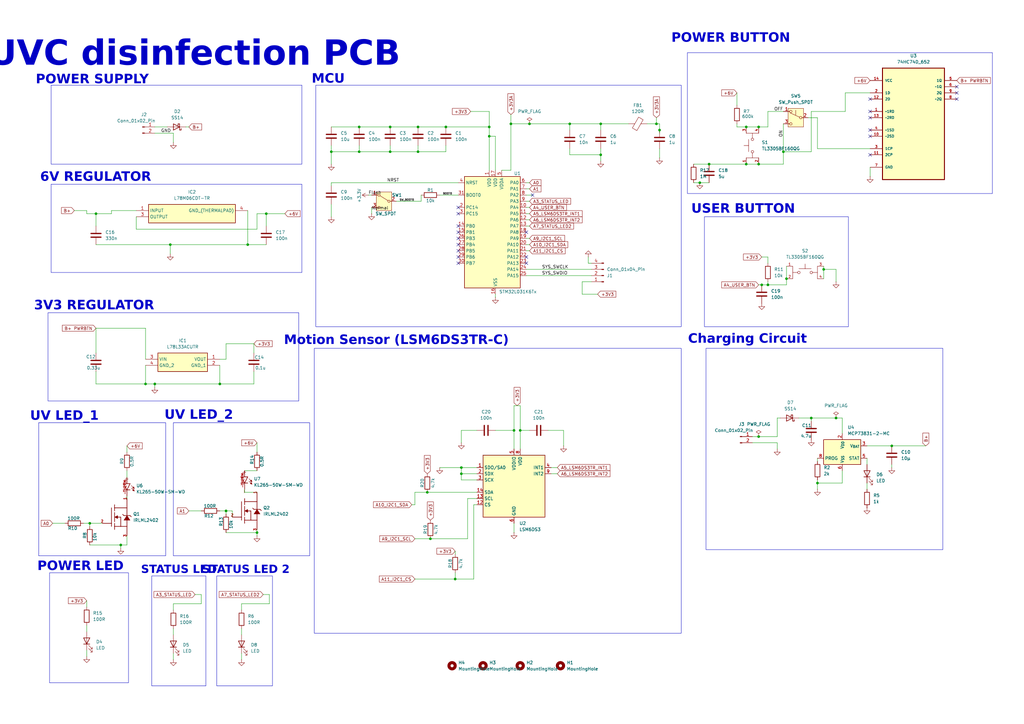
<source format=kicad_sch>
(kicad_sch (version 20231120) (generator "eeschema") (generator_version "8.0")
  (paper "A3")
  (title_block (title "UVC disinfection PCB") (date "2025-02-17") (rev "0.1") (company "XO"))
  (junction (at 322.58 114.3))
  (junction (at 306.07 67.31))
  (junction (at 311.15 179.07))
  (junction (at 270.51 53.34))
  (junction (at 209.55 50.8))
  (junction (at 342.9 171.45))
  (junction (at 314.96 116.84))
  (junction (at 335.28 198.12))
  (junction (at 189.23 191.77))
  (junction (at 337.82 110.49))
  (junction (at 105.41 218.44))
  (junction (at 175.26 201.93))
  (junction (at 182.88 52.07))
  (junction (at 171.45 62.23))
  (junction (at 321.31 62.23))
  (junction (at 189.23 194.31))
  (junction (at 213.36 176.53))
  (junction (at 160.02 52.07))
  (junction (at 332.74 171.45))
  (junction (at 59.69 157.48))
  (junction (at 200.66 55.88))
  (junction (at 311.15 52.07))
  (junction (at 135.89 62.23))
  (junction (at 311.15 67.31))
  (junction (at 109.22 87.63))
  (junction (at 147.32 62.23))
  (junction (at 171.45 52.07))
  (junction (at 290.83 67.31))
  (junction (at 246.38 63.5))
  (junction (at 269.24 50.8))
  (junction (at 200.66 52.07))
  (junction (at 306.07 52.07))
  (junction (at 49.53 223.52))
  (junction (at 365.76 182.88))
  (junction (at 287.02 74.93))
  (junction (at 176.53 220.98))
  (junction (at 92.71 209.55))
  (junction (at 101.6 100.33))
  (junction (at 186.69 237.49))
  (junction (at 210.82 176.53))
  (junction (at 90.17 157.48))
  (junction (at 69.85 100.33))
  (junction (at 160.02 62.23))
  (junction (at 36.83 214.63))
  (junction (at 147.32 52.07))
  (junction (at 233.68 50.8))
  (junction (at 246.38 50.8))
  (junction (at 63.5 157.48))
  (junction (at 39.37 87.63))
  (junction (at 312.42 116.84))
  (junction (at 217.17 50.8))
  (no_connect (at 187.96 100.33))
  (no_connect (at 356.87 40.64))
  (no_connect (at 215.9 105.41))
  (no_connect (at 187.96 87.63))
  (no_connect (at 187.96 105.41))
  (no_connect (at 187.96 92.71))
  (no_connect (at 215.9 107.95))
  (no_connect (at 356.87 63.5))
  (no_connect (at 356.87 48.26))
  (no_connect (at 187.96 95.25))
  (no_connect (at 187.96 85.09))
  (no_connect (at 392.43 35.56))
  (no_connect (at 187.96 107.95))
  (no_connect (at 215.9 95.25))
  (no_connect (at 356.87 53.34))
  (no_connect (at 187.96 97.79))
  (no_connect (at 187.96 102.87))
  (no_connect (at 218.44 80.01))
  (no_connect (at 392.43 40.64))
  (no_connect (at 392.43 38.1))
  (no_connect (at 356.87 55.88))
  (no_connect (at 356.87 45.72))
  (wire (pts (xy 210.82 184.15) (xy 210.82 176.53)))
  (wire (pts (xy 213.36 166.37) (xy 213.36 176.53)))
  (wire (pts (xy 186.69 226.06) (xy 186.69 227.33)))
  (wire (pts (xy 191.77 204.47) (xy 191.77 220.98)))
  (wire (pts (xy 312.42 105.41) (xy 314.96 105.41)))
  (wire (pts (xy 270.51 53.34) (xy 270.51 50.8)))
  (wire (pts (xy 105.41 218.44) (xy 105.41 219.71)))
  (wire (pts (xy 99.06 257.81) (xy 99.06 260.35)))
  (wire (pts (xy 90.17 147.32) (xy 92.71 147.32)))
  (wire (pts (xy 194.31 207.01) (xy 195.58 207.01)))
  (wire (pts (xy 105.41 217.17) (xy 105.41 218.44)))
  (wire (pts (xy 311.15 116.84) (xy 312.42 116.84)))
  (wire (pts (xy 215.9 100.33) (xy 217.17 100.33)))
  (wire (pts (xy 346.71 45.72) (xy 346.71 38.1)))
  (wire (pts (xy 209.55 69.85) (xy 209.55 50.8)))
  (wire (pts (xy 170.18 207.01) (xy 170.18 201.93)))
  (wire (pts (xy 314.96 52.07) (xy 314.96 45.72)))
  (wire (pts (xy 332.74 62.23) (xy 321.31 62.23)))
  (wire (pts (xy 35.56 87.63) (xy 35.56 86.36)))
  (wire (pts (xy 147.32 52.07) (xy 160.02 52.07)))
  (wire (pts (xy 269.24 50.8) (xy 270.51 50.8)))
  (wire (pts (xy 59.69 157.48) (xy 63.5 157.48)))
  (wire (pts (xy 99.06 247.65) (xy 110.49 247.65)))
  (wire (pts (xy 186.69 237.49) (xy 194.31 237.49)))
  (wire (pts (xy 63.5 157.48) (xy 63.5 158.75)))
  (wire (pts (xy 322.58 109.22) (xy 322.58 114.3)))
  (wire (pts (xy 39.37 87.63) (xy 45.72 87.63)))
  (wire (pts (xy 287.02 74.93) (xy 290.83 74.93)))
  (wire (pts (xy 45.72 86.36) (xy 45.72 87.63)))
  (wire (pts (xy 52.07 182.88) (xy 52.07 185.42)))
  (wire (pts (xy 193.04 45.72) (xy 200.66 45.72)))
  (wire (pts (xy 30.48 86.36) (xy 35.56 86.36)))
  (wire (pts (xy 135.89 62.23) (xy 135.89 67.31)))
  (wire (pts (xy 314.96 116.84) (xy 322.58 116.84)))
  (wire (pts (xy 109.22 87.63) (xy 109.22 92.71)))
  (wire (pts (xy 100.33 193.04) (xy 105.41 193.04)))
  (wire (pts (xy 337.82 110.49) (xy 342.9 110.49)))
  (wire (pts (xy 191.77 220.98) (xy 176.53 220.98)))
  (wire (pts (xy 135.89 59.69) (xy 135.89 62.23)))
  (wire (pts (xy 162.56 82.55) (xy 172.72 82.55)))
  (wire (pts (xy 180.34 80.01) (xy 187.96 80.01)))
  (wire (pts (xy 321.31 62.23) (xy 321.31 50.8)))
  (wire (pts (xy 160.02 59.69) (xy 160.02 62.23)))
  (wire (pts (xy 63.5 54.61) (xy 71.12 54.61)))
  (wire (pts (xy 71.12 247.65) (xy 71.12 250.19)))
  (wire (pts (xy 215.9 110.49) (xy 242.57 110.49)))
  (wire (pts (xy 284.48 74.93) (xy 287.02 74.93)))
  (wire (pts (xy 205.74 69.85) (xy 209.55 69.85)))
  (wire (pts (xy 82.55 243.84) (xy 82.55 247.65)))
  (wire (pts (xy 302.26 50.8) (xy 302.26 52.07)))
  (wire (pts (xy 92.71 140.97) (xy 104.14 140.97)))
  (wire (pts (xy 171.45 62.23) (xy 160.02 62.23)))
  (wire (pts (xy 92.71 210.82) (xy 92.71 209.55)))
  (wire (pts (xy 55.88 93.98) (xy 105.41 93.98)))
  (wire (pts (xy 39.37 152.4) (xy 39.37 157.48)))
  (wire (pts (xy 170.18 220.98) (xy 176.53 220.98)))
  (wire (pts (xy 35.56 246.38) (xy 35.56 248.92)))
  (wire (pts (xy 308.61 179.07) (xy 311.15 179.07)))
  (wire (pts (xy 180.34 191.77) (xy 189.23 191.77)))
  (wire (pts (xy 210.82 176.53) (xy 203.2 176.53)))
  (wire (pts (xy 331.47 48.26) (xy 335.28 48.26)))
  (wire (pts (xy 39.37 134.62) (xy 39.37 144.78)))
  (wire (pts (xy 210.82 166.37) (xy 213.36 166.37)))
  (wire (pts (xy 63.5 157.48) (xy 90.17 157.48)))
  (wire (pts (xy 245.11 120.65) (xy 238.76 120.65)))
  (wire (pts (xy 321.31 67.31) (xy 321.31 62.23)))
  (wire (pts (xy 242.57 107.95) (xy 241.3 107.95)))
  (wire (pts (xy 355.6 182.88) (xy 365.76 182.88)))
  (wire (pts (xy 308.61 181.61) (xy 318.77 181.61)))
  (wire (pts (xy 101.6 86.36) (xy 101.6 100.33)))
  (wire (pts (xy 152.4 85.09) (xy 152.4 87.63)))
  (wire (pts (xy 200.66 45.72) (xy 200.66 52.07)))
  (wire (pts (xy 270.51 60.96) (xy 270.51 64.77)))
  (wire (pts (xy 302.26 38.1) (xy 302.26 43.18)))
  (wire (pts (xy 215.9 87.63) (xy 217.17 87.63)))
  (wire (pts (xy 217.17 50.8) (xy 233.68 50.8)))
  (wire (pts (xy 195.58 196.85) (xy 189.23 196.85)))
  (wire (pts (xy 100.33 200.66) (xy 100.33 201.93)))
  (wire (pts (xy 189.23 191.77) (xy 195.58 191.77)))
  (wire (pts (xy 265.43 50.8) (xy 269.24 50.8)))
  (wire (pts (xy 379.73 182.88) (xy 365.76 182.88)))
  (wire (pts (xy 332.74 45.72) (xy 346.71 45.72)))
  (wire (pts (xy 71.12 267.97) (xy 71.12 270.51)))
  (wire (pts (xy 233.68 63.5) (xy 246.38 63.5)))
  (wire (pts (xy 337.82 109.22) (xy 337.82 110.49)))
  (wire (pts (xy 355.6 198.12) (xy 355.6 200.66)))
  (wire (pts (xy 69.85 100.33) (xy 101.6 100.33)))
  (wire (pts (xy 99.06 247.65) (xy 99.06 250.19)))
  (wire (pts (xy 36.83 214.63) (xy 41.91 214.63)))
  (wire (pts (xy 71.12 54.61) (xy 71.12 58.42)))
  (wire (pts (xy 110.49 243.84) (xy 110.49 247.65)))
  (wire (pts (xy 170.18 201.93) (xy 175.26 201.93)))
  (wire (pts (xy 194.31 237.49) (xy 194.31 207.01)))
  (wire (pts (xy 311.15 52.07) (xy 314.96 52.07)))
  (wire (pts (xy 284.48 67.31) (xy 290.83 67.31)))
  (wire (pts (xy 332.74 171.45) (xy 342.9 171.45)))
  (wire (pts (xy 215.9 102.87) (xy 217.17 102.87)))
  (wire (pts (xy 314.96 115.57) (xy 314.96 116.84)))
  (wire (pts (xy 335.28 60.96) (xy 335.28 48.26)))
  (wire (pts (xy 356.87 68.58) (xy 356.87 72.39)))
  (wire (pts (xy 189.23 196.85) (xy 189.23 194.31)))
  (wire (pts (xy 335.28 189.23) (xy 335.28 187.96)))
  (wire (pts (xy 302.26 52.07) (xy 306.07 52.07)))
  (wire (pts (xy 77.47 209.55) (xy 82.55 209.55)))
  (wire (pts (xy 59.69 147.32) (xy 59.69 134.62)))
  (wire (pts (xy 152.4 80.01) (xy 151.13 80.01)))
  (wire (pts (xy 233.68 60.96) (xy 233.68 63.5)))
  (wire (pts (xy 356.87 60.96) (xy 335.28 60.96)))
  (wire (pts (xy 306.07 52.07) (xy 311.15 52.07)))
  (wire (pts (xy 147.32 62.23) (xy 135.89 62.23)))
  (wire (pts (xy 355.6 187.96) (xy 355.6 190.5)))
  (wire (pts (xy 218.44 80.01) (xy 215.9 80.01)))
  (wire (pts (xy 175.26 201.93) (xy 195.58 201.93)))
  (wire (pts (xy 104.14 152.4) (xy 104.14 157.48)))
  (wire (pts (xy 332.74 171.45) (xy 332.74 172.72)))
  (wire (pts (xy 200.66 55.88) (xy 200.66 69.85)))
  (wire (pts (xy 171.45 59.69) (xy 171.45 62.23)))
  (wire (pts (xy 195.58 176.53) (xy 189.23 176.53)))
  (wire (pts (xy 217.17 85.09) (xy 215.9 85.09)))
  (wire (pts (xy 63.5 52.07) (xy 68.58 52.07)))
  (wire (pts (xy 147.32 59.69) (xy 147.32 62.23)))
  (wire (pts (xy 215.9 113.03) (xy 242.57 113.03)))
  (wire (pts (xy 217.17 74.93) (xy 215.9 74.93)))
  (wire (pts (xy 135.89 52.07) (xy 147.32 52.07)))
  (wire (pts (xy 171.45 52.07) (xy 182.88 52.07)))
  (wire (pts (xy 314.96 105.41) (xy 314.96 107.95)))
  (wire (pts (xy 342.9 171.45) (xy 345.44 171.45)))
  (wire (pts (xy 342.9 110.49) (xy 342.9 115.57)))
  (wire (pts (xy 49.53 223.52) (xy 49.53 224.79)))
  (wire (pts (xy 238.76 115.57) (xy 242.57 115.57)))
  (wire (pts (xy 209.55 50.8) (xy 217.17 50.8)))
  (wire (pts (xy 189.23 176.53) (xy 189.23 181.61)))
  (wire (pts (xy 100.33 201.93) (xy 105.41 201.93)))
  (wire (pts (xy 345.44 171.45) (xy 345.44 177.8)))
  (wire (pts (xy 52.07 223.52) (xy 49.53 223.52)))
  (wire (pts (xy 92.71 218.44) (xy 105.41 218.44)))
  (wire (pts (xy 203.2 120.65) (xy 203.2 121.92)))
  (wire (pts (xy 101.6 100.33) (xy 109.22 100.33)))
  (wire (pts (xy 238.76 120.65) (xy 238.76 115.57)))
  (wire (pts (xy 203.2 69.85) (xy 203.2 55.88)))
  (wire (pts (xy 345.44 198.12) (xy 345.44 193.04)))
  (wire (pts (xy 82.55 243.84) (xy 80.01 243.84)))
  (wire (pts (xy 172.72 82.55) (xy 172.72 80.01)))
  (wire (pts (xy 200.66 52.07) (xy 200.66 55.88)))
  (wire (pts (xy 182.88 52.07) (xy 200.66 52.07)))
  (wire (pts (xy 182.88 59.69) (xy 182.88 62.23)))
  (wire (pts (xy 105.41 185.42) (xy 105.41 181.61)))
  (wire (pts (xy 335.28 198.12) (xy 335.28 196.85)))
  (wire (pts (xy 71.12 247.65) (xy 82.55 247.65)))
  (wire (pts (xy 95.25 212.09) (xy 95.25 209.55)))
  (wire (pts (xy 182.88 62.23) (xy 171.45 62.23)))
  (wire (pts (xy 226.06 191.77) (xy 228.6 191.77)))
  (wire (pts (xy 306.07 67.31) (xy 311.15 67.31)))
  (wire (pts (xy 135.89 83.82) (xy 135.89 88.9)))
  (wire (pts (xy 39.37 87.63) (xy 35.56 87.63)))
  (wire (pts (xy 52.07 203.454) (xy 52.07 204.47)))
  (wire (pts (xy 226.06 194.31) (xy 228.6 194.31)))
  (wire (pts (xy 160.02 62.23) (xy 147.32 62.23)))
  (wire (pts (xy 59.69 134.62) (xy 39.37 134.62)))
  (wire (pts (xy 39.37 100.33) (xy 69.85 100.33)))
  (wire (pts (xy 55.88 88.9) (xy 55.88 93.98)))
  (wire (pts (xy 52.07 193.04) (xy 52.07 195.834)))
  (wire (pts (xy 210.82 166.37) (xy 210.82 176.53)))
  (wire (pts (xy 365.76 190.5) (xy 365.76 191.77)))
  (wire (pts (xy 269.24 48.26) (xy 269.24 50.8)))
  (wire (pts (xy 209.55 50.8) (xy 209.55 46.99)))
  (wire (pts (xy 90.17 157.48) (xy 104.14 157.48)))
  (wire (pts (xy 36.83 223.52) (xy 49.53 223.52)))
  (wire (pts (xy 90.17 149.86) (xy 90.17 157.48)))
  (wire (pts (xy 21.59 214.63) (xy 26.67 214.63)))
  (wire (pts (xy 35.56 266.7) (xy 35.56 269.24)))
  (wire (pts (xy 186.69 234.95) (xy 186.69 237.49)))
  (wire (pts (xy 241.3 107.95) (xy 241.3 105.41)))
  (wire (pts (xy 215.9 92.71) (xy 217.17 92.71)))
  (wire (pts (xy 203.2 55.88) (xy 200.66 55.88)))
  (wire (pts (xy 71.12 257.81) (xy 71.12 260.35)))
  (wire (pts (xy 110.49 243.84) (xy 107.95 243.84)))
  (wire (pts (xy 233.68 53.34) (xy 233.68 50.8)))
  (wire (pts (xy 213.36 176.53) (xy 217.17 176.53)))
  (wire (pts (xy 246.38 53.34) (xy 246.38 50.8)))
  (wire (pts (xy 233.68 50.8) (xy 246.38 50.8)))
  (wire (pts (xy 213.36 176.53) (xy 213.36 184.15)))
  (wire (pts (xy 215.9 90.17) (xy 217.17 90.17)))
  (wire (pts (xy 314.96 45.72) (xy 321.31 45.72)))
  (wire (pts (xy 231.14 176.53) (xy 231.14 182.88)))
  (wire (pts (xy 195.58 194.31) (xy 189.23 194.31)))
  (wire (pts (xy 312.42 116.84) (xy 314.96 116.84)))
  (wire (pts (xy 189.23 194.31) (xy 189.23 191.77)))
  (wire (pts (xy 270.51 54.61) (xy 270.51 53.34)))
  (wire (pts (xy 322.58 114.3) (xy 322.58 116.84)))
  (wire (pts (xy 170.18 237.49) (xy 186.69 237.49)))
  (wire (pts (xy 345.44 198.12) (xy 335.28 198.12)))
  (wire (pts (xy 135.89 74.93) (xy 135.89 76.2)))
  (wire (pts (xy 217.17 77.47) (xy 215.9 77.47)))
  (wire (pts (xy 105.41 87.63) (xy 109.22 87.63)))
  (wire (pts (xy 34.29 214.63) (xy 36.83 214.63)))
  (wire (pts (xy 318.77 171.45) (xy 320.04 171.45)))
  (wire (pts (xy 39.37 87.63) (xy 39.37 92.71)))
  (wire (pts (xy 290.83 67.31) (xy 306.07 67.31)))
  (wire (pts (xy 69.85 100.33) (xy 69.85 104.14)))
  (wire (pts (xy 104.14 140.97) (xy 104.14 144.78)))
  (wire (pts (xy 52.07 219.71) (xy 52.07 223.52)))
  (wire (pts (xy 55.88 86.36) (xy 45.72 86.36)))
  (wire (pts (xy 59.69 149.86) (xy 59.69 157.48)))
  (wire (pts (xy 311.15 179.07) (xy 318.77 179.07)))
  (wire (pts (xy 92.71 147.32) (xy 92.71 140.97)))
  (wire (pts (xy 109.22 87.63) (xy 116.84 87.63)))
  (wire (pts (xy 135.89 74.93) (xy 187.96 74.93)))
  (wire (pts (xy 246.38 60.96) (xy 246.38 63.5)))
  (wire (pts (xy 318.77 184.15) (xy 318.77 181.61)))
  (wire (pts (xy 318.77 179.07) (xy 318.77 171.45)))
  (wire (pts (xy 311.15 67.31) (xy 321.31 67.31)))
  (wire (pts (xy 332.74 45.72) (xy 332.74 62.23)))
  (wire (pts (xy 335.28 198.12) (xy 335.28 200.66)))
  (wire (pts (xy 105.41 93.98) (xy 105.41 87.63)))
  (wire (pts (xy 195.58 204.47) (xy 191.77 204.47)))
  (wire (pts (xy 346.71 38.1) (xy 356.87 38.1)))
  (wire (pts (xy 76.2 52.07) (xy 77.47 52.07)))
  (wire (pts (xy 231.14 176.53) (xy 224.79 176.53)))
  (wire (pts (xy 246.38 63.5) (xy 246.38 66.04)))
  (wire (pts (xy 99.06 267.97) (xy 99.06 270.51)))
  (wire (pts (xy 90.17 209.55) (xy 92.71 209.55)))
  (wire (pts (xy 246.38 50.8) (xy 257.81 50.8)))
  (wire (pts (xy 35.56 256.54) (xy 35.56 259.08)))
  (wire (pts (xy 36.83 215.9) (xy 36.83 214.63)))
  (wire (pts (xy 337.82 110.49) (xy 337.82 114.3)))
  (wire (pts (xy 95.25 209.55) (xy 92.71 209.55)))
  (wire (pts (xy 327.66 171.45) (xy 332.74 171.45)))
  (wire (pts (xy 210.82 214.63) (xy 210.82 218.44)))
  (wire (pts (xy 215.9 97.79) (xy 217.17 97.79)))
  (wire (pts (xy 217.17 82.55) (xy 215.9 82.55)))
  (wire (pts (xy 39.37 157.48) (xy 59.69 157.48)))
  (wire (pts (xy 160.02 52.07) (xy 171.45 52.07)))
  (wire (pts (xy 168.91 207.01) (xy 170.18 207.01)))
  (rectangle (start 20.955 75.565) (end 123.825 111.76))
  (rectangle (start 129.54 34.925) (end 279.4 133.985))
  (rectangle (start 19.685 128.27) (end 122.555 164.465))
  (rectangle (start 281.94 21.59) (end 407.035 79.375))
  (rectangle (start 20.32 234.95) (end 52.705 280.035))
  (rectangle (start 15.875 173.355) (end 67.945 227.965))
  (rectangle (start 128.905 142.875) (end 279.4 259.715))
  (rectangle (start 88.9 236.22) (end 111.76 281.305))
  (rectangle (start 20.955 34.925) (end 123.825 67.31))
  (rectangle (start 289.56 142.875) (end 386.715 225.425))
  (rectangle (start 62.23 236.22) (end 84.455 281.305))
  (rectangle (start 71.12 173.355) (end 127 227.965))
  (rectangle (start 288.925 88.9) (end 347.98 133.985))
  (text "POWER LED" (at 33.02 233.426 0) (effects (font (size 3.81 3.81) (thickness 0.508) (bold yes))))
  (text "MCU" (at 134.62 33.528 0) (effects (font (size 3.81 3.81) (thickness 0.508) (bold yes))))
  (text "UV LED_1\n\n" (at 26.416 175.006 0) (effects (font (size 3.81 3.81) (thickness 0.508) (bold yes))))
  (text "UV LED_2\n\n\n" (at 81.534 177.8 0) (effects (font (size 3.81 3.81) (thickness 0.508) (bold yes))))
  (text "POWER SUPPLY" (at 37.846 33.782 0) (effects (font (size 3.81 3.81) (thickness 0.508) (bold yes))))
  (text "6V REGULATOR\n" (at 39.243 73.787 0) (effects (font (size 3.81 3.81) (thickness 0.508) (bold yes))))
  (text "USER BUTTON\n" (at 304.8 86.868 0) (effects (font (size 3.81 3.81) (thickness 0.508) (bold yes))))
  (text "POWER BUTTON\n" (at 299.72 16.764 0) (effects (font (size 3.81 3.81) (thickness 0.508) (bold yes))))
  (text "Charging Circuit" (at 306.578 140.208 0) (effects (font (size 3.81 3.81) (thickness 0.508) (bold yes))))
  (text "3V3 REGULATOR\n" (at 38.608 126.492 0) (effects (font (size 3.81 3.81) (thickness 0.508) (bold yes))))
  (text "Motion Sensor (LSM6DS3TR-C)" (at 162.56 140.716 0) (effects (font (size 3.81 3.81) (thickness 0.508) (bold yes))))
  (text "STATUS LED 2" (at 100.838 234.696 0) (effects (font (size 3.302 3.302) (thickness 0.508) (bold yes))))
  (text "UVC disinfection PCB" (at 79.756 25.146 0) (effects (font (size 10.16 10.16) (thickness 0.508) (bold yes))))
  (text "STATUS LED" (at 73.406 234.696 0) (effects (font (size 3.302 3.302) (thickness 0.508) (bold yes))))
  (label "SYS_SWDIO" (at 222.25 113.03 0))
  (label "GND" (at 66.04 54.61 0))
  (label "BOOT0" (at 181.61 80.01 0) (effects (font (size 0.762 0.762))))
  (label "ON" (at 321.31 53.34 270))
  (label "SW_BOOT0" (at 163.83 82.55 0) (effects (font (size 0.762 0.762))))
  (label "OFF" (at 317.5 45.72 0))
  (label "SYS_SWCLK" (at 222.25 110.49 0))
  (label "NRST" (at 158.75 74.93 0))
  (label "Normal" (at 152.4 86.36 0))
  (label "Flash" (at 151.13 80.01 0))
  (global_label "+3V3" (shape input) (at 212.09 166.37 90) (property "Intersheetrefs" "${INTERSHEET_REFS}" (effects (hide yes))))
  (global_label "A9_I2C1_SCL" (shape input) (at 170.18 220.98 180) (property "Intersheetrefs" "${INTERSHEET_REFS}" (effects (hide yes))))
  (global_label "+3V3A" (shape input) (at 269.24 48.26 90) (property "Intersheetrefs" "${INTERSHEET_REFS}" (effects (hide yes))))
  (global_label "A6_LSM6DS3TR_INT2" (shape input) (at 217.17 90.17 0) (property "Intersheetrefs" "${INTERSHEET_REFS}" (effects (hide yes))))
  (global_label "A1" (shape input) (at 77.47 209.55 180) (property "Intersheetrefs" "${INTERSHEET_REFS}" (effects (hide yes))))
  (global_label "+3V3" (shape input) (at 245.11 120.65 0) (property "Intersheetrefs" "${INTERSHEET_REFS}" (effects (hide yes))))
  (global_label "A6_LSM6DS3TR_INT2" (shape input) (at 228.6 194.31 0) (property "Intersheetrefs" "${INTERSHEET_REFS}" (effects (hide yes))))
  (global_label "+6V" (shape input) (at 52.07 182.88 0) (property "Intersheetrefs" "${INTERSHEET_REFS}" (effects (hide yes))))
  (global_label "A11_I2C1_CS" (shape input) (at 170.18 237.49 180) (property "Intersheetrefs" "${INTERSHEET_REFS}" (effects (hide yes))))
  (global_label "A1" (shape input) (at 217.17 77.47 0) (property "Intersheetrefs" "${INTERSHEET_REFS}" (effects (hide yes))))
  (global_label "A0" (shape input) (at 217.17 74.93 0) (property "Intersheetrefs" "${INTERSHEET_REFS}" (effects (hide yes))))
  (global_label "B+ PWRBTN" (shape input) (at 392.43 33.02 0) (property "Intersheetrefs" "${INTERSHEET_REFS}" (effects (hide yes))))
  (global_label "A10_I2C1_SDA" (shape input) (at 168.91 207.01 180) (property "Intersheetrefs" "${INTERSHEET_REFS}" (effects (hide yes))))
  (global_label "A4_USER_BTN" (shape input) (at 311.15 116.84 180) (property "Intersheetrefs" "${INTERSHEET_REFS}" (effects (hide yes))))
  (global_label "+3V3" (shape input) (at 176.53 213.36 90) (property "Intersheetrefs" "${INTERSHEET_REFS}" (effects (hide yes))))
  (global_label "+6V" (shape input) (at 116.84 87.63 0) (property "Intersheetrefs" "${INTERSHEET_REFS}" (effects (hide yes))))
  (global_label "B+" (shape input) (at 379.73 182.88 90) (property "Intersheetrefs" "${INTERSHEET_REFS}" (effects (hide yes))))
  (global_label "+3V3" (shape input) (at 186.69 226.06 180) (property "Intersheetrefs" "${INTERSHEET_REFS}" (effects (hide yes))))
  (global_label "+6V" (shape input) (at 302.26 38.1 180) (property "Intersheetrefs" "${INTERSHEET_REFS}" (effects (hide yes))))
  (global_label "A9_I2C1_SCL" (shape input) (at 217.17 97.79 0) (property "Intersheetrefs" "${INTERSHEET_REFS}" (effects (hide yes))))
  (global_label "A7_STATUS_LED2" (shape input) (at 217.17 92.71 0) (property "Intersheetrefs" "${INTERSHEET_REFS}" (effects (hide yes))))
  (global_label "B+ PWRBTN" (shape input) (at 39.37 134.62 180) (property "Intersheetrefs" "${INTERSHEET_REFS}" (effects (hide yes))))
  (global_label "A0" (shape input) (at 21.59 214.63 180) (property "Intersheetrefs" "${INTERSHEET_REFS}" (effects (hide yes))))
  (global_label "A3_STATUS_LED" (shape input) (at 217.17 82.55 0) (property "Intersheetrefs" "${INTERSHEET_REFS}" (effects (hide yes))))
  (global_label "+3V3A" (shape input) (at 209.55 46.99 90) (property "Intersheetrefs" "${INTERSHEET_REFS}" (effects (hide yes))))
  (global_label "A5_LSM6DS3TR_INT1" (shape input) (at 228.6 191.77 0) (property "Intersheetrefs" "${INTERSHEET_REFS}" (effects (hide yes))))
  (global_label "+6V" (shape input) (at 105.41 181.61 180) (property "Intersheetrefs" "${INTERSHEET_REFS}" (effects (hide yes))))
  (global_label "+3V3" (shape input) (at 193.04 45.72 180) (property "Intersheetrefs" "${INTERSHEET_REFS}" (effects (hide yes))))
  (global_label "+3V3" (shape input) (at 104.14 140.97 0) (property "Intersheetrefs" "${INTERSHEET_REFS}" (effects (hide yes))))
  (global_label "A7_STATUS_LED2" (shape input) (at 107.95 243.84 180) (property "Intersheetrefs" "${INTERSHEET_REFS}" (effects (hide yes))))
  (global_label "A4_USER_BTN" (shape input) (at 217.17 85.09 0) (property "Intersheetrefs" "${INTERSHEET_REFS}" (effects (hide yes))))
  (global_label "+3V3" (shape input) (at 312.42 105.41 180) (property "Intersheetrefs" "${INTERSHEET_REFS}" (effects (hide yes))))
  (global_label "B+" (shape input) (at 30.48 86.36 180) (property "Intersheetrefs" "${INTERSHEET_REFS}" (effects (hide yes))))
  (global_label "+3V3" (shape input) (at 35.56 246.38 180) (property "Intersheetrefs" "${INTERSHEET_REFS}" (effects (hide yes))))
  (global_label "A5_LSM6DS3TR_INT1" (shape input) (at 217.17 87.63 0) (property "Intersheetrefs" "${INTERSHEET_REFS}" (effects (hide yes))))
  (global_label "A11_I2C1_CS" (shape input) (at 217.17 102.87 0) (property "Intersheetrefs" "${INTERSHEET_REFS}" (effects (hide yes))))
  (global_label "+3V3" (shape input) (at 175.26 194.31 90) (property "Intersheetrefs" "${INTERSHEET_REFS}" (effects (hide yes))))
  (global_label "B+" (shape input) (at 77.47 52.07 0) (property "Intersheetrefs" "${INTERSHEET_REFS}" (effects (hide yes))))
  (global_label "A3_STATUS_LED" (shape input) (at 80.01 243.84 180) (property "Intersheetrefs" "${INTERSHEET_REFS}" (effects (hide yes))))
  (global_label "+6V" (shape input) (at 356.87 33.02 180) (property "Intersheetrefs" "${INTERSHEET_REFS}" (effects (hide yes))))
  (global_label "A10_I2C1_SDA" (shape input) (at 217.17 100.33 0) (property "Intersheetrefs" "${INTERSHEET_REFS}" (effects (hide yes))))
  (symbol (lib_id "Device:FerriteBead") (at 261.62 50.8 90) (unit 1)
    (property "Reference" "FB1" (at 261.5692 43.18 90))
    (property "Value" "120R" (at 261.5692 45.72 90))
    (property "Footprint" "Inductor_SMD:L_0603_1608Metric" (effects (hide yes)))
    (property "Description" "Ferrite bead" (effects (hide yes)))
  )
  (symbol (lib_id "power:PWR_FLAG") (at 342.9 171.45 0) (unit 1)
    (property "Reference" "#FLG02" (effects (hide yes)))
    (property "Value" "PWR_FLAG" (at 342.9 166.37 0))
    (property "Description" "Special symbol for telling ERC where power comes from" (effects (hide yes)))
  )
  (symbol (lib_id "power:GND") (at 189.23 181.61 0) (unit 1)
    (property "Reference" "#PWR036" (effects (hide yes)))
    (property "Value" "GND" (effects (hide yes)))
    (property "Description" "Power symbol creates a global label with name \"GND\" , ground" (effects (hide yes)))
  )
  (symbol (lib_id "Device:R") (at 284.48 71.12 0) (unit 1)
    (property "Reference" "R17" (at 287.02 69.8499 0) (effects (justify left)))
    (property "Value" "1M" (at 287.02 72.3899 0) (effects (justify left)))
    (property "Footprint" "Resistor_SMD:R_0603_1608Metric" (effects (hide yes)))
    (property "Description" "Resistor" (effects (hide yes)))
  )
  (symbol (lib_id "Device:C") (at 135.89 55.88 0) (unit 1)
    (property "Reference" "C5" (at 139.7 54.6099 0) (effects (justify left)))
    (property "Value" "10u" (at 139.7 57.1499 0) (effects (justify left)))
    (property "Footprint" "Capacitor_SMD:C_0603_1608Metric" (effects (hide yes)))
    (property "Description" "Unpolarized capacitor" (effects (hide yes)))
  )
  (symbol (lib_id "Device:LED") (at 355.6 194.31 90) (unit 1)
    (property "Reference" "D6" (at 359.41 194.6274 90) (effects (justify right)))
    (property "Value" "LED" (at 359.41 197.1674 90) (effects (justify right)))
    (property "Footprint" "LED_SMD:LED_0402_1005Metric" (effects (hide yes)))
    (property "Description" "Light emitting diode" (effects (hide yes)))
  )
  (symbol (lib_id "Device:C") (at 220.98 176.53 90) (unit 1)
    (property "Reference" "C21" (at 220.98 168.91 90))
    (property "Value" "100n" (at 220.98 171.45 90))
    (property "Footprint" "Capacitor_SMD:C_0402_1005Metric" (effects (hide yes)))
    (property "Description" "Unpolarized capacitor" (effects (hide yes)))
  )
  (symbol (lib_id "Device:C") (at 246.38 57.15 0) (unit 1)
    (property "Reference" "C6" (at 250.19 55.8799 0) (effects (justify left)))
    (property "Value" "1u" (at 250.19 58.4199 0) (effects (justify left)))
    (property "Footprint" "Capacitor_SMD:C_0402_1005Metric" (effects (hide yes)))
    (property "Description" "Unpolarized capacitor" (effects (hide yes)))
  )
  (symbol (lib_id "Device:R") (at 302.26 46.99 0) (unit 1)
    (property "Reference" "R7" (at 304.8 45.7199 0) (effects (justify left)))
    (property "Value" "600k" (at 304.292 47.752 0) (effects (justify left)))
    (property "Footprint" "Resistor_SMD:R_0603_1608Metric" (effects (hide yes)))
    (property "Description" "Resistor" (effects (hide yes)))
  )
  (symbol (lib_id "Device:C") (at 199.39 176.53 90) (unit 1)
    (property "Reference" "C20" (at 199.39 168.91 90))
    (property "Value" "100n" (at 199.39 171.45 90))
    (property "Footprint" "Capacitor_SMD:C_0402_1005Metric" (effects (hide yes)))
    (property "Description" "Unpolarized capacitor" (effects (hide yes)))
  )
  (symbol (lib_id "power:GND") (at 71.12 270.51 0) (unit 1)
    (property "Reference" "#PWR033" (effects (hide yes)))
    (property "Value" "GND" (effects (hide yes)))
    (property "Description" "Power symbol creates a global label with name \"GND\" , ground" (effects (hide yes)))
  )
  (symbol (lib_id "Device:LED") (at 99.06 264.16 90) (unit 1)
    (property "Reference" "D8" (at 102.87 264.4774 90) (effects (justify right)))
    (property "Value" "LED" (at 102.87 267.0174 90) (effects (justify right)))
    (property "Footprint" "LED_SMD:LED_0603_1608Metric" (effects (hide yes)))
    (property "Description" "Light emitting diode" (effects (hide yes)))
  )
  (symbol (lib_id "power:GND") (at 241.3 105.41 180) (unit 1)
    (property "Reference" "#PWR012" (effects (hide yes)))
    (property "Value" "GND" (effects (hide yes)))
    (property "Description" "Power symbol creates a global label with name \"GND\" , ground" (effects (hide yes)))
  )
  (symbol (lib_id "Device:R") (at 30.48 214.63 90) (unit 1)
    (property "Reference" "R10" (at 31.75 216.662 90) (effects (justify left)))
    (property "Value" "100R" (at 32.766 212.598 90) (effects (justify left)))
    (property "Footprint" "Resistor_SMD:R_0603_1608Metric" (effects (hide yes)))
    (property "Description" "Resistor" (effects (hide yes)))
  )
  (symbol (lib_id "Device:C") (at 270.51 57.15 0) (unit 1)
    (property "Reference" "C8" (at 274.32 55.8799 0) (effects (justify left)))
    (property "Value" "1u" (at 274.32 58.4199 0) (effects (justify left)))
    (property "Footprint" "Capacitor_SMD:C_0402_1005Metric" (effects (hide yes)))
    (property "Description" "Unpolarized capacitor" (effects (hide yes)))
  )
  (symbol (lib_id "power:GND") (at 105.41 219.71 0) (unit 1)
    (property "Reference" "#PWR029" (effects (hide yes)))
    (property "Value" "GND" (effects (hide yes)))
    (property "Description" "Power symbol creates a global label with name \"GND\" , ground" (effects (hide yes)))
  )
  (symbol (lib_id "Device:R") (at 335.28 193.04 0) (unit 1)
    (property "Reference" "R2" (at 337.82 191.7699 0) (effects (justify left)))
    (property "Value" "2k" (at 337.82 194.3099 0) (effects (justify left)))
    (property "Footprint" "Resistor_SMD:R_0402_1005Metric" (effects (hide yes)))
    (property "Description" "Resistor" (effects (hide yes)))
  )
  (symbol (lib_id "Device:C") (at 365.76 186.69 0) (unit 1)
    (property "Reference" "C10" (at 369.57 185.4199 0) (effects (justify left)))
    (property "Value" "10µ" (at 369.57 187.9599 0) (effects (justify left)))
    (property "Footprint" "Capacitor_SMD:C_0402_1005Metric" (effects (hide yes)))
    (property "Description" "Unpolarized capacitor" (effects (hide yes)))
  )
  (symbol (lib_id "power:GND") (at 246.38 66.04 0) (unit 1)
    (property "Reference" "#PWR05" (effects (hide yes)))
    (property "Value" "GND" (effects (hide yes)))
    (property "Description" "Power symbol creates a global label with name \"GND\" , ground" (effects (hide yes)))
  )
  (symbol (lib_id "Diode:SS14") (at 72.39 52.07 180) (unit 1)
    (property "Reference" "D2" (at 72.7075 45.72 0))
    (property "Value" "SS14" (at 72.7075 48.26 0))
    (property "Footprint" "Diode_SMD:D_SMA" (effects (hide yes)))
    (property "Datasheet" "https://www.vishay.com/docs/88746/ss12.pdf" (effects (hide yes)))
    (property "Description" "40V 1A Schottky Diode, SMA" (effects (hide yes)))
  )
  (symbol (lib_id "Device:C") (at 182.88 55.88 0) (unit 1)
    (property "Reference" "C1" (at 186.69 54.6099 0) (effects (justify left)))
    (property "Value" "100n" (at 186.69 57.1499 0) (effects (justify left)))
    (property "Footprint" "Capacitor_SMD:C_0402_1005Metric" (effects (hide yes)))
    (property "Description" "Unpolarized capacitor" (effects (hide yes)))
  )
  (symbol (lib_id "Mechanical:MountingHole") (at 213.36 273.05 0) (unit 1) (exclude_from_sim yes) (in_bom no)
    (property "Reference" "H2" (at 215.9 271.7799 0) (effects (justify left)))
    (property "Value" "MountingHole" (at 215.9 274.3199 0) (effects (justify left)))
    (property "Footprint" "MountingHole:MountingHole_2.1mm" (effects (hide yes)))
    (property "Description" "Mounting Hole without connection" (effects (hide yes)))
  )
  (symbol (lib_id "UVCLED:KL265-50W-SM-WD") (at 100.33 195.58 270) (unit 1)
    (property "Reference" "U7" (at 104.14 196.3834 90) (effects (justify left)))
    (property "Value" "KL265-50W-SM-WD" (at 104.14 198.9234 90) (effects (justify left)))
    (property "Footprint" "UVCLibrary:3535" (effects (hide yes)))
    (property "MF" "Crystal IS Inc." (effects (hide yes)))
    (property "Description_1" "\n                        \n                            80mW, 265nm, high power UVC LED\n                        \n" (effects (hide yes)))
    (property "Package" "None" (effects (hide yes)))
    (property "Price" "None" (effects (hide yes)))
    (property "SnapEDA_Link" "https://www.snapeda.com/parts/KL265-50W-SM-WD/Crystal+Clear+Technology/view-part/?ref=snap" (effects (hide yes)))
    (property "MP" "KL265-50W-SM-WD" (effects (hide yes)))
    (property "Availability" "In Stock" (effects (hide yes)))
    (property "Check_prices" "https://www.snapeda.com/parts/KL265-50W-SM-WD/Crystal+Clear+Technology/view-part/?ref=eda" (effects (hide yes)))
  )
  (symbol (lib_id "Battery_Management:MCP73831-2-MC") (at 345.44 185.42 0) (unit 1)
    (property "Reference" "U4" (at 347.6341 175.26 0) (effects (justify left)))
    (property "Value" "MCP73831-2-MC" (at 347.6341 177.8 0) (effects (justify left)))
    (property "Footprint" "Package_TO_SOT_SMD:SOT-23-8" (effects (hide yes)))
    (property "Datasheet" "http://ww1.microchip.com/downloads/en/DeviceDoc/20001984g.pdf" (effects (hide yes)))
    (property "Description" "Single cell, Li-Ion/Li-Po charge management controller, 4.20V, Tri-State Status Output, in DFN-8 package" (effects (hide yes)))
  )
  (symbol (lib_id "power:GND") (at 71.12 58.42 0) (unit 1)
    (property "Reference" "#PWR017" (effects (hide yes)))
    (property "Value" "GND" (effects (hide yes)))
    (property "Description" "Power symbol creates a global label with name \"GND\" , ground" (effects (hide yes)))
  )
  (symbol (lib_id "power:GND") (at 180.34 191.77 0) (unit 1)
    (property "Reference" "#PWR040" (effects (hide yes)))
    (property "Value" "GND" (effects (hide yes)))
    (property "Description" "Power symbol creates a global label with name \"GND\" , ground" (effects (hide yes)))
  )
  (symbol (lib_id "Mechanical:MountingHole") (at 198.12 273.05 0) (unit 1) (exclude_from_sim yes) (in_bom no)
    (property "Reference" "H3" (at 200.66 271.7799 0) (effects (justify left)))
    (property "Value" "MountingHole" (at 200.66 274.3199 0) (effects (justify left)))
    (property "Footprint" "MountingHole:MountingHole_2.1mm" (effects (hide yes)))
    (property "Description" "Mounting Hole without connection" (effects (hide yes)))
  )
  (symbol (lib_id "power:GND") (at 135.89 67.31 0) (unit 1)
    (property "Reference" "#PWR03" (effects (hide yes)))
    (property "Value" "GND" (effects (hide yes)))
    (property "Description" "Power symbol creates a global label with name \"GND\" , ground" (effects (hide yes)))
  )
  (symbol (lib_id "power:GND") (at 335.28 200.66 0) (unit 1)
    (property "Reference" "#PWR015" (effects (hide yes)))
    (property "Value" "GND" (effects (hide yes)))
    (property "Description" "Power symbol creates a global label with name \"GND\" , ground" (effects (hide yes)))
  )
  (symbol (lib_id "Mechanical:MountingHole") (at 185.42 273.05 0) (unit 1) (exclude_from_sim yes) (in_bom no)
    (property "Reference" "H4" (at 187.96 271.7799 0) (effects (justify left)))
    (property "Value" "MountingHole" (at 187.96 274.3199 0) (effects (justify left)))
    (property "Footprint" "MountingHole:MountingHole_2.1mm" (effects (hide yes)))
    (property "Description" "Mounting Hole without connection" (effects (hide yes)))
  )
  (symbol (lib_id "Device:C") (at 290.83 71.12 0) (unit 1)
    (property "Reference" "C18" (at 294.64 69.8499 0) (effects (justify left)))
    (property "Value" "5u" (at 294.64 72.3899 0) (effects (justify left)))
    (property "Footprint" "Capacitor_SMD:C_0805_2012Metric" (effects (hide yes)))
    (property "Description" "Unpolarized capacitor" (effects (hide yes)))
  )
  (symbol (lib_id "power:GND") (at 152.4 87.63 0) (unit 1)
    (property "Reference" "#PWR09" (effects (hide yes)))
    (property "Value" "GND" (effects (hide yes)))
    (property "Description" "Power symbol creates a global label with name \"GND\" , ground" (effects (hide yes)))
  )
  (symbol (lib_id "Device:C") (at 160.02 55.88 0) (unit 1)
    (property "Reference" "C3" (at 163.83 54.6099 0) (effects (justify left)))
    (property "Value" "100n" (at 163.83 57.1499 0) (effects (justify left)))
    (property "Footprint" "Capacitor_SMD:C_0402_1005Metric" (effects (hide yes)))
    (property "Description" "Unpolarized capacitor" (effects (hide yes)))
  )
  (symbol (lib_id "Device:C") (at 332.74 176.53 0) (unit 1)
    (property "Reference" "C11" (at 328.93 174.498 0) (effects (justify left)))
    (property "Value" "4.7u" (at 328.422 178.816 0) (effects (justify left)))
    (property "Footprint" "Capacitor_SMD:C_0402_1005Metric" (effects (hide yes)))
    (property "Description" "Unpolarized capacitor" (effects (hide yes)))
  )
  (symbol (lib_id "power:GND") (at 342.9 115.57 0) (unit 1)
    (property "Reference" "#PWR034" (effects (hide yes)))
    (property "Value" "GND" (effects (hide yes)))
    (property "Description" "Power symbol creates a global label with name \"GND\" , ground" (effects (hide yes)))
  )
  (symbol (lib_id "power:GND") (at 355.6 208.28 0) (unit 1)
    (property "Reference" "#PWR023" (effects (hide yes)))
    (property "Value" "GND" (effects (hide yes)))
    (property "Description" "Power symbol creates a global label with name \"GND\" , ground" (effects (hide yes)))
  )
  (symbol (lib_id "Device:R") (at 36.83 219.71 0) (unit 1)
    (property "Reference" "R8" (at 34.798 220.98 90) (effects (justify left)))
    (property "Value" "10k" (at 38.862 221.996 90) (effects (justify left)))
    (property "Footprint" "Resistor_SMD:R_0603_1608Metric" (effects (hide yes)))
    (property "Description" "Resistor" (effects (hide yes)))
  )
  (symbol (lib_id "power:GND") (at 49.53 224.79 0) (unit 1)
    (property "Reference" "#PWR024" (effects (hide yes)))
    (property "Value" "GND" (effects (hide yes)))
    (property "Description" "Power symbol creates a global label with name \"GND\" , ground" (effects (hide yes)))
  )
  (symbol (lib_id "power:+3.3V") (at 151.13 80.01 90) (unit 1)
    (property "Reference" "#PWR010" (effects (hide yes)))
    (property "Value" "+3.3V" (at 147.32 80.264 0))
    (property "Description" "Power symbol creates a global label with name \"+3.3V\"" (effects (hide yes)))
  )
  (symbol (lib_id "Device:C") (at 39.37 148.59 0) (unit 1)
    (property "Reference" "C12" (at 35.306 146.304 0) (effects (justify left)))
    (property "Value" "0.33u" (at 35.56 150.876 0) (effects (justify left)))
    (property "Footprint" "Capacitor_SMD:C_1206_3216Metric" (effects (hide yes)))
    (property "Description" "Unpolarized capacitor" (effects (hide yes)))
  )
  (symbol (lib_id "UVCLED:TL3305BF160QG") (at 330.2 111.76 0) (unit 1)
    (property "Reference" "S2" (at 330.2 102.87 0))
    (property "Value" "TL3305BF160QG" (at 330.2 105.41 0))
    (property "Footprint" "UVCLibrary:SW_TL3305BF160QG" (effects (hide yes)))
    (property "MF" "E-Switch" (effects (hide yes)))
    (property "MAXIMUM_PACKAGE_HEIGHT" "5 mm" (effects (hide yes)))
    (property "Package" "None" (effects (hide yes)))
    (property "Price" "None" (effects (hide yes)))
    (property "Check_prices" "https://www.snapeda.com/parts/TL3305BF160QG/E-Switch/view-part/?ref=eda" (effects (hide yes)))
    (property "STANDARD" "Manufacturer Recommendations" (effects (hide yes)))
    (property "PARTREV" "C" (effects (hide yes)))
    (property "SnapEDA_Link" "https://www.snapeda.com/parts/TL3305BF160QG/E-Switch/view-part/?ref=snap" (effects (hide yes)))
    (property "MP" "TL3305BF160QG" (effects (hide yes)))
    (property "Description_1" "\n                        \n                            Tactile Switch SPST-NO Top Actuated Surface Mount\n                        \n" (effects (hide yes)))
    (property "SNAPEDA_PN" "TL3305BF260QG" (effects (hide yes)))
    (property "Availability" "In Stock" (effects (hide yes)))
    (property "MANUFACTURER" "E-Switch" (effects (hide yes)))
  )
  (symbol (lib_id "Connector:Conn_01x02_Pin") (at 303.53 179.07 0) (unit 1)
    (property "Reference" "J3" (at 304.165 173.99 0))
    (property "Value" "Conn_01x02_Pin" (at 300.99 176.53 0))
    (property "Footprint" "Connector_JST:JST_EH_B2B-EH-A_1x02_P2.50mm_Vertical" (effects (hide yes)))
    (property "Description" "Generic connector, single row, 01x02, script generated" (effects (hide yes)))
  )
  (symbol (lib_id "Switch:SW_Push_SPDT") (at 326.39 48.26 0) (mirror y) (unit 1)
    (property "Reference" "SW5" (at 326.39 39.37 0))
    (property "Value" "SW_Push_SPDT" (at 326.39 41.91 0))
    (property "Footprint" "Button_Switch_SMD:SW_SPDT_PCM12" (effects (hide yes)))
    (property "Description" "Momentary Switch, single pole double throw" (effects (hide yes)))
  )
  (symbol (lib_id "Connector:Conn_01x04_Pin") (at 247.65 113.03 180) (unit 1)
    (property "Reference" "J1" (at 248.92 113.0301 0) (effects (justify right)))
    (property "Value" "Conn_01x04_Pin" (at 248.92 110.4901 0) (effects (justify right)))
    (property "Footprint" "Connector_JST:JST_EH_B4B-EH-A_1x04_P2.50mm_Vertical" (effects (hide yes)))
    (property "Description" "Generic connector, single row, 01x04, script generated" (effects (hide yes)))
  )
  (symbol (lib_id "Device:R") (at 175.26 198.12 180) (unit 1)
    (property "Reference" "R20" (at 173.228 198.12 90))
    (property "Value" "4.7k" (at 177.546 198.12 90))
    (property "Footprint" "Resistor_SMD:R_0402_1005Metric" (effects (hide yes)))
    (property "Description" "Resistor" (effects (hide yes)))
  )
  (symbol (lib_id "Device:R") (at 176.53 80.01 90) (unit 1)
    (property "Reference" "R1" (at 176.53 77.978 90))
    (property "Value" "10k" (at 176.53 82.296 90))
    (property "Footprint" "Resistor_SMD:R_0402_1005Metric" (effects (hide yes)))
    (property "Description" "Resistor" (effects (hide yes)))
  )
  (symbol (lib_id "UVCLED:L78M06CDT-TR") (at 55.88 86.36 0) (unit 1)
    (property "Reference" "IC2" (at 78.74 78.74 0))
    (property "Value" "L78M06CDT-TR" (at 78.74 81.28 0))
    (property "Footprint" "UVCLibrary:TO228P972X240-3N" (effects (hide yes)))
    (property "Datasheet" "http://www.st.com/web/en/resource/technical/document/datasheet/CD00000447.pdf" (effects (hide yes)))
    (property "Description" "L78M06CDT-TR, Voltage Regulator, 0.5A 6 V, 3-Pin D-PAK" (effects (hide yes)))
    (property "Height" "2.4" (effects (hide yes)))
    (property "Mouser Part Number" "511-L78M06CDT-TR" (effects (hide yes)))
    (property "Mouser Price/Stock" "https://www.mouser.co.uk/ProductDetail/STMicroelectronics/L78M06CDT-TR?qs=JIXmGdi%252BcuJqxLiiJI11Xw%3D%3D" (effects (hide yes)))
    (property "Manufacturer_Name" "STMicroelectronics" (effects (hide yes)))
    (property "Manufacturer_Part_Number" "L78M06CDT-TR" (effects (hide yes)))
  )
  (symbol (lib_id "UVCLED:L78L33ACUTR") (at 90.17 147.32 0) (mirror y) (unit 1)
    (property "Reference" "IC1" (at 74.93 139.7 0))
    (property "Value" "L78L33ACUTR" (at 74.93 142.24 0))
    (property "Footprint" "UVCLibrary:LDK320ADU30R" (effects (hide yes)))
    (property "Datasheet" "http://www.st.com/web/en/resource/technical/document/datasheet/CD00000446.pdf" (effects (hide yes)))
    (property "Description" "L78L33ACUTR, Voltage Regulator, 0.1A 3.3 V, +/-5%, 4-Pin SOT-89" (effects (hide yes)))
    (property "Height" "1.6" (effects (hide yes)))
    (property "Mouser Part Number" "511-L78L33ACU" (effects (hide yes)))
    (property "Mouser Price/Stock" "https://www.mouser.co.uk/ProductDetail/STMicroelectronics/L78L33ACUTR?qs=hDePDv5mxMFi%252BjA%2FaAMQCg%3D%3D" (effects (hide yes)))
    (property "Manufacturer_Name" "STMicroelectronics" (effects (hide yes)))
    (property "Manufacturer_Part_Number" "L78L33ACUTR" (effects (hide yes)))
  )
  (symbol (lib_id "Device:C") (at 39.37 96.52 0) (unit 1)
    (property "Reference" "C16" (at 43.18 95.2499 0) (effects (justify left)))
    (property "Value" "330n" (at 43.18 97.7899 0) (effects (justify left)))
    (property "Footprint" "Capacitor_SMD:C_0603_1608Metric" (effects (hide yes)))
    (property "Description" "Unpolarized capacitor" (effects (hide yes)))
  )
  (symbol (lib_id "UVCLED:TL3305BF160QG") (at 308.61 59.69 90) (unit 1)
    (property "Reference" "S1" (at 312.42 58.4199 90) (effects (justify right)))
    (property "Value" "TL3305BF160QG" (at 312.42 60.9599 90) (effects (justify right)))
    (property "Footprint" "UVCLibrary:SW_TL3305BF160QG" (effects (hide yes)))
    (property "MF" "E-Switch" (effects (hide yes)))
    (property "MAXIMUM_PACKAGE_HEIGHT" "5 mm" (effects (hide yes)))
    (property "Package" "None" (effects (hide yes)))
    (property "Price" "None" (effects (hide yes)))
    (property "Check_prices" "https://www.snapeda.com/parts/TL3305BF160QG/E-Switch/view-part/?ref=eda" (effects (hide yes)))
    (property "STANDARD" "Manufacturer Recommendations" (effects (hide yes)))
    (property "PARTREV" "C" (effects (hide yes)))
    (property "SnapEDA_Link" "https://www.snapeda.com/parts/TL3305BF160QG/E-Switch/view-part/?ref=snap" (effects (hide yes)))
    (property "MP" "TL3305BF160QG" (effects (hide yes)))
    (property "Description_1" "\n                        \n                            Tactile Switch SPST-NO Top Actuated Surface Mount\n                        \n" (effects (hide yes)))
    (property "SNAPEDA_PN" "TL3305BF260QG" (effects (hide yes)))
    (property "Availability" "In Stock" (effects (hide yes)))
    (property "MANUFACTURER" "E-Switch" (effects (hide yes)))
  )
  (symbol (lib_id "Device:C") (at 171.45 55.88 0) (unit 1)
    (property "Reference" "C2" (at 175.26 54.6099 0) (effects (justify left)))
    (property "Value" "100n" (at 175.26 57.1499 0) (effects (justify left)))
    (property "Footprint" "Capacitor_SMD:C_0402_1005Metric" (effects (hide yes)))
    (property "Description" "Unpolarized capacitor" (effects (hide yes)))
  )
  (symbol (lib_id "Mechanical:MountingHole") (at 229.87 273.05 0) (unit 1) (exclude_from_sim yes) (in_bom no)
    (property "Reference" "H1" (at 232.41 271.7799 0) (effects (justify left)))
    (property "Value" "MountingHole" (at 232.41 274.3199 0) (effects (justify left)))
    (property "Footprint" "MountingHole:MountingHole_2.1mm" (effects (hide yes)))
    (property "Description" "Mounting Hole without connection" (effects (hide yes)))
  )
  (symbol (lib_id "power:GND") (at 356.87 72.39 0) (unit 1)
    (property "Reference" "#PWR02" (effects (hide yes)))
    (property "Value" "GND" (effects (hide yes)))
    (property "Description" "Power symbol creates a global label with name \"GND\" , ground" (effects (hide yes)))
  )
  (symbol (lib_id "power:PWR_FLAG") (at 217.17 50.8 0) (unit 1)
    (property "Reference" "#FLG03" (effects (hide yes)))
    (property "Value" "PWR_FLAG" (at 217.17 45.72 0))
    (property "Description" "Special symbol for telling ERC where power comes from" (effects (hide yes)))
  )
  (symbol (lib_id "power:GND") (at 210.82 218.44 0) (unit 1)
    (property "Reference" "#PWR037" (effects (hide yes)))
    (property "Value" "GND" (effects (hide yes)))
    (property "Description" "Power symbol creates a global label with name \"GND\" , ground" (effects (hide yes)))
  )
  (symbol (lib_id "power:GND") (at 135.89 88.9 0) (unit 1)
    (property "Reference" "#PWR08" (effects (hide yes)))
    (property "Value" "GND" (effects (hide yes)))
    (property "Description" "Power symbol creates a global label with name \"GND\" , ground" (effects (hide yes)))
  )
  (symbol (lib_id "MCU_ST_STM32L0:STM32L031K6Tx") (at 200.66 95.25 0) (unit 1)
    (property "Reference" "U1" (at 210.82 71.12 0) (effects (justify left)))
    (property "Value" "STM32L031K6Tx" (at 204.724 119.634 0) (effects (justify left)))
    (property "Footprint" "Package_QFP:LQFP-32_7x7mm_P0.8mm" (effects (hide yes)))
    (property "Datasheet" "https://www.st.com/resource/en/datasheet/stm32l031k6.pdf" (effects (hide yes)))
    (property "Description" "STMicroelectronics Arm Cortex-M0+ MCU, 32KB flash, 8KB RAM, 32 MHz, 1.65-3.6V, 25 GPIO, LQFP32" (effects (hide yes)))
  )
  (symbol (lib_id "power:GND") (at 99.06 270.51 0) (unit 1)
    (property "Reference" "#PWR046" (effects (hide yes)))
    (property "Value" "GND" (effects (hide yes)))
    (property "Description" "Power symbol creates a global label with name \"GND\" , ground" (effects (hide yes)))
  )
  (symbol (lib_id "Device:R") (at 105.41 189.23 0) (unit 1)
    (property "Reference" "R14" (at 103.378 190.5 90) (effects (justify left)))
    (property "Value" "0.5R" (at 107.442 191.516 90) (effects (justify left)))
    (property "Footprint" "Resistor_SMD:R_0603_1608Metric" (effects (hide yes)))
    (property "Description" "Resistor" (effects (hide yes)))
  )
  (symbol (lib_id "Device:C") (at 312.42 120.65 0) (unit 1)
    (property "Reference" "C19" (at 316.23 119.3799 0) (effects (justify left)))
    (property "Value" "100n" (at 316.23 121.9199 0) (effects (justify left)))
    (property "Footprint" "Capacitor_SMD:C_0402_1005Metric" (effects (hide yes)))
    (property "Description" "Unpolarized capacitor" (effects (hide yes)))
  )
  (symbol (lib_id "power:GND") (at 332.74 180.34 0) (unit 1)
    (property "Reference" "#PWR044" (effects (hide yes)))
    (property "Value" "GND" (effects (hide yes)))
    (property "Description" "Power symbol creates a global label with name \"GND\" , ground" (effects (hide yes)))
  )
  (symbol (lib_id "UVCLED:IRLML2402") (at 52.07 212.09 0) (unit 1)
    (property "Reference" "Q1" (at 54.61 210.8199 0) (effects (justify left)))
    (property "Value" "IRLML2402" (at 54.61 213.3599 0) (effects (justify left)))
    (property "Footprint" "UVCLibrary:SOT-23" (effects (hide yes)))
    (property "MF" "Infineon Technologies" (effects (hide yes)))
    (property "Description_1" "\n                        \n                            N-Channel 20 V 1.2A (Ta) 540mW (Ta) Surface Mount Micro3â„¢ /SOT-23\n                        \n" (effects (hide yes)))
    (property "Package" "SOT-23-3 ON Semiconductor" (effects (hide yes)))
    (property "Price" "None" (effects (hide yes)))
    (property "SnapEDA_Link" "https://www.snapeda.com/parts/IRLML2402/Infineon/view-part/?ref=snap" (effects (hide yes)))
    (property "MP" "IRLML2402" (effects (hide yes)))
    (property "Availability" "In Stock" (effects (hide yes)))
    (property "Check_prices" "https://www.snapeda.com/parts/IRLML2402/Infineon/view-part/?ref=eda" (effects (hide yes)))
  )
  (symbol (lib_id "Connector:Conn_01x02_Pin") (at 58.42 52.07 0) (unit 1)
    (property "Reference" "J2" (at 59.055 46.99 0))
    (property "Value" "Conn_01x02_Pin" (at 55.88 49.53 0))
    (property "Footprint" "Connector_JST:JST_EH_B2B-EH-A_1x02_P2.50mm_Vertical" (effects (hide yes)))
    (property "Description" "Generic connector, single row, 01x02, script generated" (effects (hide yes)))
  )
  (symbol (lib_id "power:GND") (at 318.77 184.15 0) (unit 1)
    (property "Reference" "#PWR045" (effects (hide yes)))
    (property "Value" "GND" (effects (hide yes)))
    (property "Description" "Power symbol creates a global label with name \"GND\" , ground" (effects (hide yes)))
  )
  (symbol (lib_id "Device:R") (at 71.12 254 0) (unit 1)
    (property "Reference" "R16" (at 73.66 252.7299 0) (effects (justify left)))
    (property "Value" "100R" (at 73.66 255.2699 0) (effects (justify left)))
    (property "Footprint" "Resistor_SMD:R_0402_1005Metric" (effects (hide yes)))
    (property "Description" "Resistor" (effects (hide yes)))
  )
  (symbol (lib_id "Switch:SW_SPDT") (at 157.48 82.55 0) (mirror y) (unit 1)
    (property "Reference" "SW1" (at 162.814 80.01 0))
    (property "Value" "SW_SPDT" (at 158.242 87.63 0))
    (property "Footprint" "Button_Switch_SMD:SW_SPDT_PCM12" (effects (hide yes)))
    (property "Description" "Switch, single pole double throw" (effects (hide yes)))
  )
  (symbol (lib_id "power:GND") (at 365.76 191.77 0) (unit 1)
    (property "Reference" "#PWR022" (effects (hide yes)))
    (property "Value" "GND" (effects (hide yes)))
    (property "Description" "Power symbol creates a global label with name \"GND\" , ground" (effects (hide yes)))
  )
  (symbol (lib_id "Device:C") (at 104.14 148.59 0) (unit 1)
    (property "Reference" "C14" (at 104.394 146.558 0) (effects (justify left)))
    (property "Value" "0.1u" (at 104.648 150.876 0) (effects (justify left)))
    (property "Footprint" "Capacitor_SMD:C_1206_3216Metric" (effects (hide yes)))
    (property "Description" "Unpolarized capacitor" (effects (hide yes)))
  )
  (symbol (lib_id "Device:R") (at 52.07 189.23 0) (unit 1)
    (property "Reference" "R9" (at 50.038 190.5 90) (effects (justify left)))
    (property "Value" "0.5R" (at 54.102 191.516 90) (effects (justify left)))
    (property "Footprint" "Resistor_SMD:R_0603_1608Metric" (effects (hide yes)))
    (property "Description" "Resistor" (effects (hide yes)))
  )
  (symbol (lib_id "UVCLED:KL265-50W-SM-WD") (at 52.07 198.374 270) (unit 1)
    (property "Reference" "U6" (at 55.88 199.1774 90) (effects (justify left)))
    (property "Value" "KL265-50W-SM-WD" (at 55.88 201.7174 90) (effects (justify left)))
    (property "Footprint" "UVCLibrary:3535" (effects (hide yes)))
    (property "MF" "Crystal IS Inc." (effects (hide yes)))
    (property "Description_1" "\n                        \n                            80mW, 265nm, high power UVC LED\n                        \n" (effects (hide yes)))
    (property "Package" "None" (effects (hide yes)))
    (property "Price" "None" (effects (hide yes)))
    (property "SnapEDA_Link" "https://www.snapeda.com/parts/KL265-50W-SM-WD/Crystal+Clear+Technology/view-part/?ref=snap" (effects (hide yes)))
    (property "MP" "KL265-50W-SM-WD" (effects (hide yes)))
    (property "Availability" "In Stock" (effects (hide yes)))
    (property "Check_prices" "https://www.snapeda.com/parts/KL265-50W-SM-WD/Crystal+Clear+Technology/view-part/?ref=eda" (effects (hide yes)))
  )
  (symbol (lib_id "Device:LED") (at 35.56 262.89 90) (unit 1)
    (property "Reference" "D4" (at 39.37 263.2074 90) (effects (justify right)))
    (property "Value" "LED" (at 39.37 265.7474 90) (effects (justify right)))
    (property "Footprint" "LED_SMD:LED_0603_1608Metric" (effects (hide yes)))
    (property "Description" "Light emitting diode" (effects (hide yes)))
  )
  (symbol (lib_id "Sensor_Motion:LSM6DS3") (at 210.82 199.39 0) (unit 1)
    (property "Reference" "U2" (at 213.0141 214.63 0) (effects (justify left)))
    (property "Value" "LSM6DS3" (at 213.0141 217.17 0) (effects (justify left)))
    (property "Footprint" "Package_LGA:LGA-14_3x2.5mm_P0.5mm_LayoutBorder3x4y" (effects (hide yes)))
    (property "Datasheet" "https://www.st.com/resource/en/datasheet/lsm6ds3tr-c.pdf" (effects (hide yes)))
    (property "Description" "I2C/SPI, iNEMO inertial module: always-on 3D accelerometer and 3D gyroscope" (effects (hide yes)))
  )
  (symbol (lib_id "power:GND") (at 63.5 158.75 0) (unit 1)
    (property "Reference" "#PWR019" (effects (hide yes)))
    (property "Value" "GND" (effects (hide yes)))
    (property "Description" "Power symbol creates a global label with name \"GND\" , ground" (effects (hide yes)))
  )
  (symbol (lib_id "Device:R") (at 314.96 111.76 0) (unit 1)
    (property "Reference" "R11" (at 317.5 110.4899 0) (effects (justify left)))
    (property "Value" "10k" (at 317.5 113.0299 0) (effects (justify left)))
    (property "Footprint" "Resistor_SMD:R_0402_1005Metric" (effects (hide yes)))
    (property "Description" "Resistor" (effects (hide yes)))
  )
  (symbol (lib_id "power:PWR_FLAG") (at 311.15 179.07 0) (unit 1)
    (property "Reference" "#FLG04" (effects (hide yes)))
    (property "Value" "PWR_FLAG" (at 311.15 173.99 0))
    (property "Description" "Special symbol for telling ERC where power comes from" (effects (hide yes)))
  )
  (symbol (lib_id "Device:C") (at 109.22 96.52 0) (unit 1)
    (property "Reference" "C17" (at 113.03 95.2499 0) (effects (justify left)))
    (property "Value" "100n" (at 113.03 97.7899 0) (effects (justify left)))
    (property "Footprint" "Capacitor_SMD:C_0603_1608Metric" (effects (hide yes)))
    (property "Description" "Unpolarized capacitor" (effects (hide yes)))
  )
  (symbol (lib_id "Device:C") (at 233.68 57.15 0) (unit 1)
    (property "Reference" "C7" (at 237.49 55.8799 0) (effects (justify left)))
    (property "Value" "10n" (at 237.49 58.4199 0) (effects (justify left)))
    (property "Footprint" "Capacitor_SMD:C_0402_1005Metric" (effects (hide yes)))
    (property "Description" "Unpolarized capacitor" (effects (hide yes)))
  )
  (symbol (lib_id "Device:R") (at 92.71 214.63 0) (unit 1)
    (property "Reference" "R13" (at 90.678 215.9 90) (effects (justify left)))
    (property "Value" "10k" (at 94.742 216.916 90) (effects (justify left)))
    (property "Footprint" "Resistor_SMD:R_0603_1608Metric" (effects (hide yes)))
    (property "Description" "Resistor" (effects (hide yes)))
  )
  (symbol (lib_id "power:GND") (at 203.2 121.92 0) (unit 1)
    (property "Reference" "#PWR01" (effects (hide yes)))
    (property "Value" "GND" (effects (hide yes)))
    (property "Description" "Power symbol creates a global label with name \"GND\" , ground" (effects (hide yes)))
  )
  (symbol (lib_id "power:GND") (at 287.02 74.93 0) (unit 1)
    (property "Reference" "#PWR025" (effects (hide yes)))
    (property "Value" "GND" (effects (hide yes)))
    (property "Description" "Power symbol creates a global label with name \"GND\" , ground" (effects (hide yes)))
  )
  (symbol (lib_id "power:GND") (at 312.42 124.46 0) (unit 1)
    (property "Reference" "#PWR035" (effects (hide yes)))
    (property "Value" "GND" (effects (hide yes)))
    (property "Description" "Power symbol creates a global label with name \"GND\" , ground" (effects (hide yes)))
  )
  (symbol (lib_id "Diode:SS14") (at 323.85 171.45 180) (unit 1)
    (property "Reference" "D7" (at 324.1675 165.1 0))
    (property "Value" "SS14" (at 324.1675 167.64 0))
    (property "Footprint" "Diode_SMD:D_SMA" (effects (hide yes)))
    (property "Datasheet" "https://www.vishay.com/docs/88746/ss12.pdf" (effects (hide yes)))
    (property "Description" "40V 1A Schottky Diode, SMA" (effects (hide yes)))
  )
  (symbol (lib_id "UVCLED:IRLML2402") (at 105.41 209.55 0) (unit 1)
    (property "Reference" "Q2" (at 107.95 208.2799 0) (effects (justify left)))
    (property "Value" "IRLML2402" (at 107.95 210.8199 0) (effects (justify left)))
    (property "Footprint" "UVCLibrary:SOT-23" (effects (hide yes)))
    (property "MF" "Infineon Technologies" (effects (hide yes)))
    (property "Description_1" "\n                        \n                            N-Channel 20 V 1.2A (Ta) 540mW (Ta) Surface Mount Micro3â„¢ /SOT-23\n                        \n" (effects (hide yes)))
    (property "Package" "SOT-23-3 ON Semiconductor" (effects (hide yes)))
    (property "Price" "None" (effects (hide yes)))
    (property "SnapEDA_Link" "https://www.snapeda.com/parts/IRLML2402/Infineon/view-part/?ref=snap" (effects (hide yes)))
    (property "MP" "IRLML2402" (effects (hide yes)))
    (property "Availability" "In Stock" (effects (hide yes)))
    (property "Check_prices" "https://www.snapeda.com/parts/IRLML2402/Infineon/view-part/?ref=eda" (effects (hide yes)))
  )
  (symbol (lib_id "Device:R") (at 186.69 231.14 180) (unit 1)
    (property "Reference" "R18" (at 184.658 231.14 90))
    (property "Value" "4.7k" (at 188.976 231.14 90))
    (property "Footprint" "Resistor_SMD:R_0402_1005Metric" (effects (hide yes)))
    (property "Description" "Resistor" (effects (hide yes)))
  )
  (symbol (lib_id "power:GND") (at 231.14 182.88 0) (unit 1)
    (property "Reference" "#PWR039" (effects (hide yes)))
    (property "Value" "GND" (effects (hide yes)))
    (property "Description" "Power symbol creates a global label with name \"GND\" , ground" (effects (hide yes)))
  )
  (symbol (lib_id "Device:C") (at 135.89 80.01 0) (unit 1)
    (property "Reference" "C9" (at 139.7 78.7399 0) (effects (justify left)))
    (property "Value" "100n" (at 139.7 81.2799 0) (effects (justify left)))
    (property "Footprint" "Capacitor_SMD:C_0402_1005Metric" (effects (hide yes)))
    (property "Description" "Unpolarized capacitor" (effects (hide yes)))
  )
  (symbol (lib_id "UVCLED:74HC74D_652") (at 374.65 48.26 0) (unit 1)
    (property "Reference" "U3" (at 374.65 22.86 0))
    (property "Value" "74HC74D_652" (at 374.65 25.4 0))
    (property "Footprint" "UVCLibrary:SOIC127P600X175-14N" (effects (hide yes)))
    (property "MF" "Nexperia USA" (effects (hide yes)))
    (property "Description_1" "\n                        \n                            Flip Flop 2 Element D-Type 1 Bit Positive Edge 14-SOIC (0.154, 3.90mm Width)\n                        \n" (effects (hide yes)))
    (property "PACKAGE" "SOIC-14" (effects (hide yes)))
    (property "MPN" "74HC74D,652" (effects (hide yes)))
    (property "Price" "None" (effects (hide yes)))
    (property "Package" "SO14-14 Nexperia USA Inc." (effects (hide yes)))
    (property "OC_FARNELL" "-" (effects (hide yes)))
    (property "SnapEDA_Link" "https://www.snapeda.com/parts/74HC74D,652/Nexperia/view-part/?ref=snap" (effects (hide yes)))
    (property "MP" "74HC74D,652" (effects (hide yes)))
    (property "SUPPLIER" "NXP" (effects (hide yes)))
    (property "OC_NEWARK" "71R2748" (effects (hide yes)))
    (property "Availability" "In Stock" (effects (hide yes)))
    (property "Check_prices" "https://www.snapeda.com/parts/74HC74D,652/Nexperia/view-part/?ref=eda" (effects (hide yes)))
  )
  (symbol (lib_id "Device:R") (at 35.56 252.73 0) (unit 1)
    (property "Reference" "R15" (at 38.1 251.4599 0) (effects (justify left)))
    (property "Value" "100R" (at 38.1 253.9999 0) (effects (justify left)))
    (property "Footprint" "Resistor_SMD:R_0402_1005Metric" (effects (hide yes)))
    (property "Description" "Resistor" (effects (hide yes)))
  )
  (symbol (lib_id "power:GND") (at 35.56 269.24 0) (unit 1)
    (property "Reference" "#PWR031" (effects (hide yes)))
    (property "Value" "GND" (effects (hide yes)))
    (property "Description" "Power symbol creates a global label with name \"GND\" , ground" (effects (hide yes)))
  )
  (symbol (lib_id "Device:C") (at 147.32 55.88 0) (unit 1)
    (property "Reference" "C4" (at 151.13 54.6099 0) (effects (justify left)))
    (property "Value" "100n" (at 151.13 57.1499 0) (effects (justify left)))
    (property "Footprint" "Capacitor_SMD:C_0402_1005Metric" (effects (hide yes)))
    (property "Description" "Unpolarized capacitor" (effects (hide yes)))
  )
  (symbol (lib_id "Device:R") (at 86.36 209.55 90) (unit 1)
    (property "Reference" "R12" (at 87.63 211.582 90) (effects (justify left)))
    (property "Value" "100R" (at 88.646 207.518 90) (effects (justify left)))
    (property "Footprint" "Resistor_SMD:R_0603_1608Metric" (effects (hide yes)))
    (property "Description" "Resistor" (effects (hide yes)))
  )
  (symbol (lib_id "power:GND") (at 270.51 64.77 0) (unit 1)
    (property "Reference" "#PWR06" (effects (hide yes)))
    (property "Value" "GND" (effects (hide yes)))
    (property "Description" "Power symbol creates a global label with name \"GND\" , ground" (effects (hide yes)))
  )
  (symbol (lib_id "Device:R") (at 99.06 254 0) (unit 1)
    (property "Reference" "R6" (at 101.6 252.7299 0) (effects (justify left)))
    (property "Value" "100R" (at 101.6 255.2699 0) (effects (justify left)))
    (property "Footprint" "Resistor_SMD:R_0402_1005Metric" (effects (hide yes)))
    (property "Description" "Resistor" (effects (hide yes)))
  )
  (symbol (lib_id "Device:R") (at 176.53 217.17 180) (unit 1)
    (property "Reference" "R19" (at 174.498 217.17 90))
    (property "Value" "4.7k" (at 178.816 217.17 90))
    (property "Footprint" "Resistor_SMD:R_0402_1005Metric" (effects (hide yes)))
    (property "Description" "Resistor" (effects (hide yes)))
  )
  (symbol (lib_id "power:GND") (at 69.85 104.14 0) (unit 1)
    (property "Reference" "#PWR048" (effects (hide yes)))
    (property "Value" "GND" (effects (hide yes)))
    (property "Description" "Power symbol creates a global label with name \"GND\" , ground" (effects (hide yes)))
  )
  (symbol (lib_id "Device:R") (at 355.6 204.47 0) (unit 1)
    (property "Reference" "R5" (at 358.14 203.1999 0) (effects (justify left)))
    (property "Value" "1k" (at 358.14 205.7399 0) (effects (justify left)))
    (property "Footprint" "Resistor_SMD:R_0402_1005Metric" (effects (hide yes)))
    (property "Description" "Resistor" (effects (hide yes)))
  )
  (symbol (lib_id "Device:LED") (at 71.12 264.16 90) (unit 1)
    (property "Reference" "D5" (at 74.93 264.4774 90) (effects (justify right)))
    (property "Value" "LED" (at 74.93 267.0174 90) (effects (justify right)))
    (property "Footprint" "LED_SMD:LED_0603_1608Metric" (effects (hide yes)))
    (property "Description" "Light emitting diode" (effects (hide yes)))
  )
)
</source>
